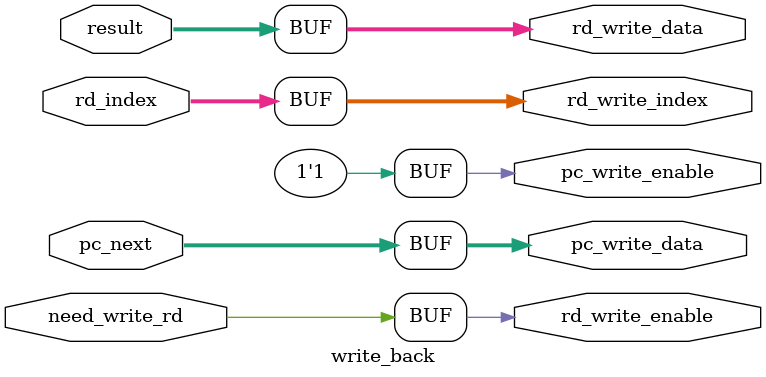
<source format=sv>
/*
name: RISC-V CPU rv32 write_back_unit
summary: write back reuslt data to register file
author: cw1997 [867597730@qq.com]
repo: https://github.com/risc-v-cpu/ez-risc-v-cpu
datetime: 2021-03-22 19:55:45
================================================================================
Refer to riscv-spec-v2.2.pdf (page 10)
Chapter 2 RV32I Base Integer Instruction Set, Version 2.0
2.1 Programmers' Model for Base Integer Subset
*/
module write_back (
// write_back unit
input  [ 4: 0] rd_index,
input  [31: 0] result,
input  [31: 0] pc_next,
input          need_write_rd,

output [ 4: 0] rd_write_index,
output [31: 0] rd_write_data,
output         rd_write_enable,

output [31: 0] pc_write_data,
output         pc_write_enable
);

assign rd_write_index = rd_index;
assign rd_write_data = result;
assign rd_write_enable = need_write_rd;

assign pc_write_data = pc_next;
assign pc_write_enable = 1;

endmodule // write_back

</source>
